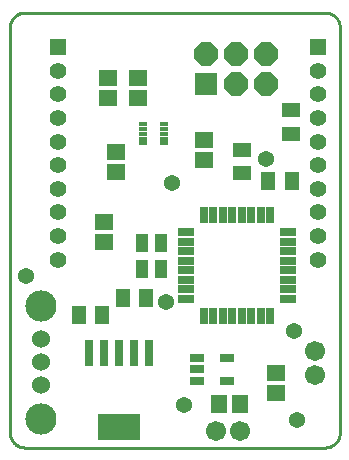
<source format=gts>
G75*
%MOIN*%
%OFA0B0*%
%FSLAX25Y25*%
%IPPOS*%
%LPD*%
%AMOC8*
5,1,8,0,0,1.08239X$1,22.5*
%
%ADD10C,0.01000*%
%ADD11R,0.06306X0.05518*%
%ADD12R,0.05518X0.06306*%
%ADD13R,0.05124X0.02565*%
%ADD14R,0.07800X0.07800*%
%ADD15OC8,0.07800*%
%ADD16C,0.05400*%
%ADD17R,0.04731X0.05912*%
%ADD18R,0.05912X0.04731*%
%ADD19R,0.04337X0.05912*%
%ADD20R,0.05400X0.02600*%
%ADD21R,0.02600X0.05400*%
%ADD22R,0.02762X0.09061*%
%ADD23R,0.14180X0.09061*%
%ADD24R,0.05550X0.05550*%
%ADD25C,0.05550*%
%ADD26C,0.06699*%
%ADD27C,0.06000*%
%ADD28C,0.10400*%
%ADD29R,0.02762X0.01286*%
D10*
X0018376Y0007817D02*
X0018376Y0142817D01*
X0018378Y0142957D01*
X0018384Y0143097D01*
X0018394Y0143237D01*
X0018407Y0143377D01*
X0018425Y0143516D01*
X0018447Y0143655D01*
X0018472Y0143792D01*
X0018501Y0143930D01*
X0018534Y0144066D01*
X0018571Y0144201D01*
X0018612Y0144335D01*
X0018657Y0144468D01*
X0018705Y0144600D01*
X0018757Y0144730D01*
X0018812Y0144859D01*
X0018871Y0144986D01*
X0018934Y0145112D01*
X0019000Y0145236D01*
X0019069Y0145357D01*
X0019142Y0145477D01*
X0019219Y0145595D01*
X0019298Y0145710D01*
X0019381Y0145824D01*
X0019467Y0145934D01*
X0019556Y0146043D01*
X0019648Y0146149D01*
X0019743Y0146252D01*
X0019840Y0146353D01*
X0019941Y0146450D01*
X0020044Y0146545D01*
X0020150Y0146637D01*
X0020259Y0146726D01*
X0020369Y0146812D01*
X0020483Y0146895D01*
X0020598Y0146974D01*
X0020716Y0147051D01*
X0020836Y0147124D01*
X0020957Y0147193D01*
X0021081Y0147259D01*
X0021207Y0147322D01*
X0021334Y0147381D01*
X0021463Y0147436D01*
X0021593Y0147488D01*
X0021725Y0147536D01*
X0021858Y0147581D01*
X0021992Y0147622D01*
X0022127Y0147659D01*
X0022263Y0147692D01*
X0022401Y0147721D01*
X0022538Y0147746D01*
X0022677Y0147768D01*
X0022816Y0147786D01*
X0022956Y0147799D01*
X0023096Y0147809D01*
X0023236Y0147815D01*
X0023376Y0147817D01*
X0123376Y0147817D01*
X0123516Y0147815D01*
X0123656Y0147809D01*
X0123796Y0147799D01*
X0123936Y0147786D01*
X0124075Y0147768D01*
X0124214Y0147746D01*
X0124351Y0147721D01*
X0124489Y0147692D01*
X0124625Y0147659D01*
X0124760Y0147622D01*
X0124894Y0147581D01*
X0125027Y0147536D01*
X0125159Y0147488D01*
X0125289Y0147436D01*
X0125418Y0147381D01*
X0125545Y0147322D01*
X0125671Y0147259D01*
X0125795Y0147193D01*
X0125916Y0147124D01*
X0126036Y0147051D01*
X0126154Y0146974D01*
X0126269Y0146895D01*
X0126383Y0146812D01*
X0126493Y0146726D01*
X0126602Y0146637D01*
X0126708Y0146545D01*
X0126811Y0146450D01*
X0126912Y0146353D01*
X0127009Y0146252D01*
X0127104Y0146149D01*
X0127196Y0146043D01*
X0127285Y0145934D01*
X0127371Y0145824D01*
X0127454Y0145710D01*
X0127533Y0145595D01*
X0127610Y0145477D01*
X0127683Y0145357D01*
X0127752Y0145236D01*
X0127818Y0145112D01*
X0127881Y0144986D01*
X0127940Y0144859D01*
X0127995Y0144730D01*
X0128047Y0144600D01*
X0128095Y0144468D01*
X0128140Y0144335D01*
X0128181Y0144201D01*
X0128218Y0144066D01*
X0128251Y0143930D01*
X0128280Y0143792D01*
X0128305Y0143655D01*
X0128327Y0143516D01*
X0128345Y0143377D01*
X0128358Y0143237D01*
X0128368Y0143097D01*
X0128374Y0142957D01*
X0128376Y0142817D01*
X0128376Y0007817D01*
X0128374Y0007677D01*
X0128368Y0007537D01*
X0128358Y0007397D01*
X0128345Y0007257D01*
X0128327Y0007118D01*
X0128305Y0006979D01*
X0128280Y0006842D01*
X0128251Y0006704D01*
X0128218Y0006568D01*
X0128181Y0006433D01*
X0128140Y0006299D01*
X0128095Y0006166D01*
X0128047Y0006034D01*
X0127995Y0005904D01*
X0127940Y0005775D01*
X0127881Y0005648D01*
X0127818Y0005522D01*
X0127752Y0005398D01*
X0127683Y0005277D01*
X0127610Y0005157D01*
X0127533Y0005039D01*
X0127454Y0004924D01*
X0127371Y0004810D01*
X0127285Y0004700D01*
X0127196Y0004591D01*
X0127104Y0004485D01*
X0127009Y0004382D01*
X0126912Y0004281D01*
X0126811Y0004184D01*
X0126708Y0004089D01*
X0126602Y0003997D01*
X0126493Y0003908D01*
X0126383Y0003822D01*
X0126269Y0003739D01*
X0126154Y0003660D01*
X0126036Y0003583D01*
X0125916Y0003510D01*
X0125795Y0003441D01*
X0125671Y0003375D01*
X0125545Y0003312D01*
X0125418Y0003253D01*
X0125289Y0003198D01*
X0125159Y0003146D01*
X0125027Y0003098D01*
X0124894Y0003053D01*
X0124760Y0003012D01*
X0124625Y0002975D01*
X0124489Y0002942D01*
X0124351Y0002913D01*
X0124214Y0002888D01*
X0124075Y0002866D01*
X0123936Y0002848D01*
X0123796Y0002835D01*
X0123656Y0002825D01*
X0123516Y0002819D01*
X0123376Y0002817D01*
X0023376Y0002817D01*
X0023236Y0002819D01*
X0023096Y0002825D01*
X0022956Y0002835D01*
X0022816Y0002848D01*
X0022677Y0002866D01*
X0022538Y0002888D01*
X0022401Y0002913D01*
X0022263Y0002942D01*
X0022127Y0002975D01*
X0021992Y0003012D01*
X0021858Y0003053D01*
X0021725Y0003098D01*
X0021593Y0003146D01*
X0021463Y0003198D01*
X0021334Y0003253D01*
X0021207Y0003312D01*
X0021081Y0003375D01*
X0020957Y0003441D01*
X0020836Y0003510D01*
X0020716Y0003583D01*
X0020598Y0003660D01*
X0020483Y0003739D01*
X0020369Y0003822D01*
X0020259Y0003908D01*
X0020150Y0003997D01*
X0020044Y0004089D01*
X0019941Y0004184D01*
X0019840Y0004281D01*
X0019743Y0004382D01*
X0019648Y0004485D01*
X0019556Y0004591D01*
X0019467Y0004700D01*
X0019381Y0004810D01*
X0019298Y0004924D01*
X0019219Y0005039D01*
X0019142Y0005157D01*
X0019069Y0005277D01*
X0019000Y0005398D01*
X0018934Y0005522D01*
X0018871Y0005648D01*
X0018812Y0005775D01*
X0018757Y0005904D01*
X0018705Y0006034D01*
X0018657Y0006166D01*
X0018612Y0006299D01*
X0018571Y0006433D01*
X0018534Y0006568D01*
X0018501Y0006704D01*
X0018472Y0006842D01*
X0018447Y0006979D01*
X0018425Y0007118D01*
X0018407Y0007257D01*
X0018394Y0007397D01*
X0018384Y0007537D01*
X0018378Y0007677D01*
X0018376Y0007817D01*
D11*
X0049734Y0071172D03*
X0049734Y0077865D03*
X0053875Y0094567D03*
X0053875Y0101260D03*
X0051089Y0119291D03*
X0051089Y0125984D03*
X0061180Y0125976D03*
X0061180Y0119283D03*
X0083243Y0105228D03*
X0083243Y0098535D03*
X0107156Y0027739D03*
X0107156Y0021046D03*
D12*
X0094951Y0017266D03*
X0088258Y0017266D03*
D13*
X0090896Y0025140D03*
X0090896Y0032620D03*
X0080659Y0032620D03*
X0080659Y0028880D03*
X0080659Y0025140D03*
D14*
X0083848Y0123920D03*
D15*
X0083848Y0133920D03*
X0093848Y0133920D03*
X0093848Y0123920D03*
X0103848Y0123920D03*
X0103848Y0133920D03*
D16*
X0103684Y0098960D03*
X0072407Y0090908D03*
X0070398Y0051304D03*
X0076486Y0016951D03*
X0114045Y0011872D03*
X0113258Y0041794D03*
X0023809Y0060020D03*
D17*
X0041368Y0046872D03*
X0049242Y0046872D03*
X0055935Y0052778D03*
X0063809Y0052778D03*
X0104502Y0091588D03*
X0112376Y0091588D03*
D18*
X0112077Y0107463D03*
X0112077Y0115337D03*
X0095782Y0102105D03*
X0095782Y0094231D03*
D19*
X0068691Y0070967D03*
X0062392Y0070967D03*
X0062392Y0062306D03*
X0068691Y0062306D03*
D20*
X0077224Y0061912D03*
X0077224Y0065061D03*
X0077224Y0068211D03*
X0077224Y0071361D03*
X0077224Y0074510D03*
X0077224Y0058762D03*
X0077224Y0055613D03*
X0077224Y0052463D03*
X0111024Y0052463D03*
X0111024Y0055613D03*
X0111024Y0058762D03*
X0111024Y0061912D03*
X0111024Y0065061D03*
X0111024Y0068211D03*
X0111024Y0071361D03*
X0111024Y0074510D03*
D21*
X0105148Y0080387D03*
X0101998Y0080387D03*
X0098848Y0080387D03*
X0095699Y0080387D03*
X0092549Y0080387D03*
X0089400Y0080387D03*
X0086250Y0080387D03*
X0083100Y0080387D03*
X0083100Y0046587D03*
X0086250Y0046587D03*
X0089400Y0046587D03*
X0092549Y0046587D03*
X0095699Y0046587D03*
X0098848Y0046587D03*
X0101998Y0046587D03*
X0105148Y0046587D03*
D22*
X0064833Y0034195D03*
X0059833Y0034195D03*
X0054833Y0034195D03*
X0049833Y0034195D03*
X0044833Y0034195D03*
D23*
X0054833Y0009786D03*
D24*
X0034456Y0136321D03*
X0121053Y0136321D03*
D25*
X0121053Y0128447D03*
X0121053Y0120573D03*
X0121053Y0112699D03*
X0121053Y0104825D03*
X0121053Y0096951D03*
X0121053Y0089077D03*
X0121053Y0081203D03*
X0121053Y0073329D03*
X0121053Y0065455D03*
X0034456Y0065455D03*
X0034456Y0073329D03*
X0034456Y0081203D03*
X0034456Y0089077D03*
X0034456Y0096951D03*
X0034456Y0104825D03*
X0034456Y0112699D03*
X0034456Y0120573D03*
X0034456Y0128447D03*
D26*
X0120187Y0034983D03*
X0120187Y0027109D03*
X0094951Y0008487D03*
X0087077Y0008487D03*
D27*
X0028809Y0023762D03*
X0028809Y0031243D03*
X0028809Y0039117D03*
D28*
X0028809Y0050140D03*
X0028809Y0012345D03*
D29*
X0062726Y0104212D03*
X0062726Y0105787D03*
X0062726Y0107362D03*
X0062726Y0108937D03*
X0062726Y0110511D03*
X0069813Y0110511D03*
X0069813Y0108937D03*
X0069813Y0107362D03*
X0069813Y0105787D03*
X0069813Y0104212D03*
M02*

</source>
